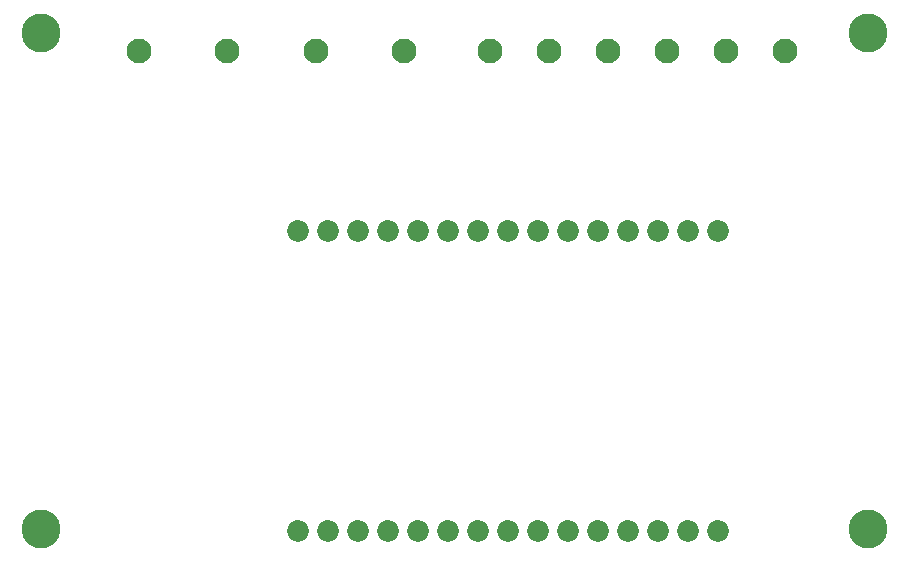
<source format=gts>
G04*
G04 #@! TF.GenerationSoftware,Altium Limited,Altium Designer,20.2.7 (254)*
G04*
G04 Layer_Color=8388736*
%FSLAX44Y44*%
%MOMM*%
G71*
G04*
G04 #@! TF.SameCoordinates,755CDBE2-D8D4-478F-80D2-7ADFAB3A315B*
G04*
G04*
G04 #@! TF.FilePolarity,Negative*
G04*
G01*
G75*
%ADD11C,1.8500*%
%ADD12C,3.3000*%
%ADD13C,2.1000*%
D11*
X282600Y38000D02*
D03*
X308000D02*
D03*
X333400D02*
D03*
X358800D02*
D03*
X257200D02*
D03*
X409600D02*
D03*
X384200D02*
D03*
X435000D02*
D03*
X460400D02*
D03*
X485800D02*
D03*
X511200D02*
D03*
X562000D02*
D03*
X536600D02*
D03*
X612800D02*
D03*
X587400D02*
D03*
X282600Y292000D02*
D03*
X308000D02*
D03*
X333400D02*
D03*
X358800D02*
D03*
X257200D02*
D03*
X409600D02*
D03*
X384200D02*
D03*
X435000D02*
D03*
X460400D02*
D03*
X485800D02*
D03*
X511200D02*
D03*
X562000D02*
D03*
X536600D02*
D03*
X612800D02*
D03*
X587400D02*
D03*
D12*
X740000Y40000D02*
D03*
Y460000D02*
D03*
X40000D02*
D03*
Y40000D02*
D03*
D13*
X420000Y445000D02*
D03*
X520000D02*
D03*
X470000D02*
D03*
X620000D02*
D03*
X670000D02*
D03*
X570000D02*
D03*
X272500D02*
D03*
X347500D02*
D03*
X122500D02*
D03*
X197500D02*
D03*
M02*

</source>
